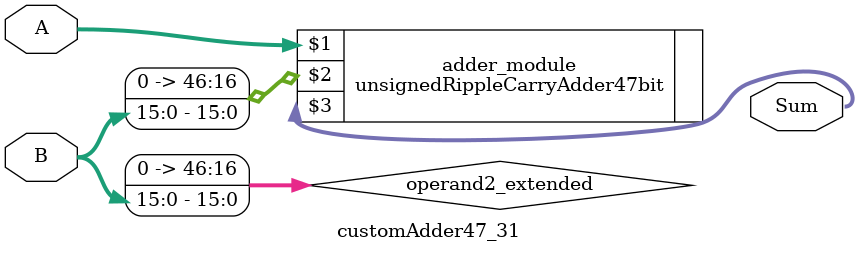
<source format=v>
module customAdder47_31(
                        input [46 : 0] A,
                        input [15 : 0] B,
                        
                        output [47 : 0] Sum
                );

        wire [46 : 0] operand2_extended;
        
        assign operand2_extended =  {31'b0, B};
        
        unsignedRippleCarryAdder47bit adder_module(
            A,
            operand2_extended,
            Sum
        );
        
        endmodule
        
</source>
